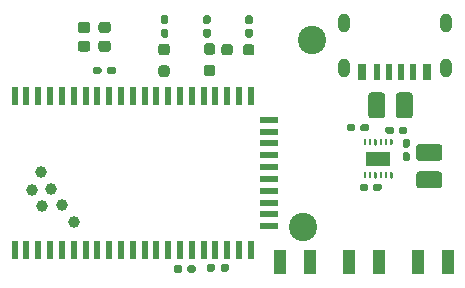
<source format=gbs>
G04 #@! TF.GenerationSoftware,KiCad,Pcbnew,(5.1.9)-1*
G04 #@! TF.CreationDate,2021-03-31T05:23:13-07:00*
G04 #@! TF.ProjectId,rgba,72676261-2e6b-4696-9361-645f70636258,1.1*
G04 #@! TF.SameCoordinates,Original*
G04 #@! TF.FileFunction,Soldermask,Bot*
G04 #@! TF.FilePolarity,Negative*
%FSLAX46Y46*%
G04 Gerber Fmt 4.6, Leading zero omitted, Abs format (unit mm)*
G04 Created by KiCad (PCBNEW (5.1.9)-1) date 2021-03-31 05:23:13*
%MOMM*%
%LPD*%
G01*
G04 APERTURE LIST*
%ADD10R,1.140000X2.032000*%
%ADD11C,2.400000*%
%ADD12R,1.600000X0.600000*%
%ADD13R,0.600000X1.600000*%
%ADD14O,1.000000X1.600000*%
%ADD15R,0.700000X1.450000*%
%ADD16R,0.600000X1.450000*%
%ADD17C,0.400000*%
%ADD18R,2.000000X1.200000*%
%ADD19C,1.000000*%
G04 APERTURE END LIST*
D10*
X108705000Y-114180000D03*
X111245000Y-114180000D03*
X102880000Y-114230000D03*
X105420000Y-114230000D03*
X114530000Y-114180000D03*
X117070000Y-114180000D03*
D11*
X105600000Y-95450000D03*
X104850000Y-111250000D03*
G36*
G01*
X86800000Y-94112500D02*
X86800000Y-94587500D01*
G75*
G02*
X86562500Y-94825000I-237500J0D01*
G01*
X85987500Y-94825000D01*
G75*
G02*
X85750000Y-94587500I0J237500D01*
G01*
X85750000Y-94112500D01*
G75*
G02*
X85987500Y-93875000I237500J0D01*
G01*
X86562500Y-93875000D01*
G75*
G02*
X86800000Y-94112500I0J-237500D01*
G01*
G37*
G36*
G01*
X88550000Y-94112500D02*
X88550000Y-94587500D01*
G75*
G02*
X88312500Y-94825000I-237500J0D01*
G01*
X87737500Y-94825000D01*
G75*
G02*
X87500000Y-94587500I0J237500D01*
G01*
X87500000Y-94112500D01*
G75*
G02*
X87737500Y-93875000I237500J0D01*
G01*
X88312500Y-93875000D01*
G75*
G02*
X88550000Y-94112500I0J-237500D01*
G01*
G37*
G36*
G01*
X96662500Y-97525000D02*
X97137500Y-97525000D01*
G75*
G02*
X97375000Y-97762500I0J-237500D01*
G01*
X97375000Y-98262500D01*
G75*
G02*
X97137500Y-98500000I-237500J0D01*
G01*
X96662500Y-98500000D01*
G75*
G02*
X96425000Y-98262500I0J237500D01*
G01*
X96425000Y-97762500D01*
G75*
G02*
X96662500Y-97525000I237500J0D01*
G01*
G37*
G36*
G01*
X96662500Y-95700000D02*
X97137500Y-95700000D01*
G75*
G02*
X97375000Y-95937500I0J-237500D01*
G01*
X97375000Y-96437500D01*
G75*
G02*
X97137500Y-96675000I-237500J0D01*
G01*
X96662500Y-96675000D01*
G75*
G02*
X96425000Y-96437500I0J237500D01*
G01*
X96425000Y-95937500D01*
G75*
G02*
X96662500Y-95700000I237500J0D01*
G01*
G37*
G36*
G01*
X86800000Y-95712500D02*
X86800000Y-96187500D01*
G75*
G02*
X86562500Y-96425000I-237500J0D01*
G01*
X85987500Y-96425000D01*
G75*
G02*
X85750000Y-96187500I0J237500D01*
G01*
X85750000Y-95712500D01*
G75*
G02*
X85987500Y-95475000I237500J0D01*
G01*
X86562500Y-95475000D01*
G75*
G02*
X86800000Y-95712500I0J-237500D01*
G01*
G37*
G36*
G01*
X88550000Y-95712500D02*
X88550000Y-96187500D01*
G75*
G02*
X88312500Y-96425000I-237500J0D01*
G01*
X87737500Y-96425000D01*
G75*
G02*
X87500000Y-96187500I0J237500D01*
G01*
X87500000Y-95712500D01*
G75*
G02*
X87737500Y-95475000I237500J0D01*
G01*
X88312500Y-95475000D01*
G75*
G02*
X88550000Y-95712500I0J-237500D01*
G01*
G37*
D12*
X101900000Y-111180000D03*
X101900000Y-110180000D03*
X101900000Y-109180000D03*
X101900000Y-108180000D03*
X101900000Y-107180000D03*
X101900000Y-106180000D03*
X101900000Y-105180000D03*
X101900000Y-104180000D03*
X101900000Y-103180000D03*
X101900000Y-102180000D03*
D13*
X80400000Y-113180000D03*
X81400000Y-113180000D03*
X82400000Y-113180000D03*
X83400000Y-113180000D03*
X84400000Y-113180000D03*
X85400000Y-113180000D03*
X86400000Y-113180000D03*
X87400000Y-113180000D03*
X88400000Y-113180000D03*
X89400000Y-113180000D03*
X90400000Y-113180000D03*
X91400000Y-113180000D03*
X92400000Y-113180000D03*
X93400000Y-113180000D03*
X94400000Y-113180000D03*
X95400000Y-113180000D03*
X96400000Y-113180000D03*
X97400000Y-113180000D03*
X98400000Y-113180000D03*
X99400000Y-113180000D03*
X100400000Y-113180000D03*
X100400000Y-100180000D03*
X99400000Y-100180000D03*
X98400000Y-100180000D03*
X97400000Y-100180000D03*
X96400000Y-100180000D03*
X95400000Y-100180000D03*
X94400000Y-100180000D03*
X93400000Y-100180000D03*
X92400000Y-100180000D03*
X91400000Y-100180000D03*
X90400000Y-100180000D03*
X89400000Y-100180000D03*
X88400000Y-100180000D03*
X87400000Y-100180000D03*
X86400000Y-100180000D03*
X85400000Y-100180000D03*
X84400000Y-100180000D03*
X83400000Y-100180000D03*
X82400000Y-100180000D03*
X81400000Y-100180000D03*
X80400000Y-100180000D03*
D14*
X116920000Y-93950000D03*
X108280000Y-93950000D03*
X108280000Y-97750000D03*
X116920000Y-97750000D03*
D15*
X109850000Y-98112500D03*
X115350000Y-98112500D03*
D16*
X111100000Y-98112500D03*
X114100000Y-98112500D03*
X113100000Y-98112500D03*
X112100000Y-98112500D03*
G36*
G01*
X112670000Y-101810000D02*
X112670000Y-100110000D01*
G75*
G02*
X112920000Y-99860000I250000J0D01*
G01*
X113845000Y-99860000D01*
G75*
G02*
X114095000Y-100110000I0J-250000D01*
G01*
X114095000Y-101810000D01*
G75*
G02*
X113845000Y-102060000I-250000J0D01*
G01*
X112920000Y-102060000D01*
G75*
G02*
X112670000Y-101810000I0J250000D01*
G01*
G37*
G36*
G01*
X110345000Y-101810000D02*
X110345000Y-100110000D01*
G75*
G02*
X110595000Y-99860000I250000J0D01*
G01*
X111520000Y-99860000D01*
G75*
G02*
X111770000Y-100110000I0J-250000D01*
G01*
X111770000Y-101810000D01*
G75*
G02*
X111520000Y-102060000I-250000J0D01*
G01*
X110595000Y-102060000D01*
G75*
G02*
X110345000Y-101810000I0J250000D01*
G01*
G37*
G36*
G01*
X114650000Y-104225000D02*
X116350000Y-104225000D01*
G75*
G02*
X116600000Y-104475000I0J-250000D01*
G01*
X116600000Y-105400000D01*
G75*
G02*
X116350000Y-105650000I-250000J0D01*
G01*
X114650000Y-105650000D01*
G75*
G02*
X114400000Y-105400000I0J250000D01*
G01*
X114400000Y-104475000D01*
G75*
G02*
X114650000Y-104225000I250000J0D01*
G01*
G37*
G36*
G01*
X114650000Y-106550000D02*
X116350000Y-106550000D01*
G75*
G02*
X116600000Y-106800000I0J-250000D01*
G01*
X116600000Y-107725000D01*
G75*
G02*
X116350000Y-107975000I-250000J0D01*
G01*
X114650000Y-107975000D01*
G75*
G02*
X114400000Y-107725000I0J250000D01*
G01*
X114400000Y-106800000D01*
G75*
G02*
X114650000Y-106550000I250000J0D01*
G01*
G37*
G36*
G01*
X109656500Y-102998000D02*
X109656500Y-102688000D01*
G75*
G02*
X109811500Y-102533000I155000J0D01*
G01*
X110236500Y-102533000D01*
G75*
G02*
X110391500Y-102688000I0J-155000D01*
G01*
X110391500Y-102998000D01*
G75*
G02*
X110236500Y-103153000I-155000J0D01*
G01*
X109811500Y-103153000D01*
G75*
G02*
X109656500Y-102998000I0J155000D01*
G01*
G37*
G36*
G01*
X108521500Y-102998000D02*
X108521500Y-102688000D01*
G75*
G02*
X108676500Y-102533000I155000J0D01*
G01*
X109101500Y-102533000D01*
G75*
G02*
X109256500Y-102688000I0J-155000D01*
G01*
X109256500Y-102998000D01*
G75*
G02*
X109101500Y-103153000I-155000J0D01*
G01*
X108676500Y-103153000D01*
G75*
G02*
X108521500Y-102998000I0J155000D01*
G01*
G37*
G36*
G01*
X110340000Y-107745000D02*
X110340000Y-108055000D01*
G75*
G02*
X110185000Y-108210000I-155000J0D01*
G01*
X109760000Y-108210000D01*
G75*
G02*
X109605000Y-108055000I0J155000D01*
G01*
X109605000Y-107745000D01*
G75*
G02*
X109760000Y-107590000I155000J0D01*
G01*
X110185000Y-107590000D01*
G75*
G02*
X110340000Y-107745000I0J-155000D01*
G01*
G37*
G36*
G01*
X111475000Y-107745000D02*
X111475000Y-108055000D01*
G75*
G02*
X111320000Y-108210000I-155000J0D01*
G01*
X110895000Y-108210000D01*
G75*
G02*
X110740000Y-108055000I0J155000D01*
G01*
X110740000Y-107745000D01*
G75*
G02*
X110895000Y-107590000I155000J0D01*
G01*
X111320000Y-107590000D01*
G75*
G02*
X111475000Y-107745000I0J-155000D01*
G01*
G37*
G36*
G01*
X113395000Y-104930000D02*
X113705000Y-104930000D01*
G75*
G02*
X113860000Y-105085000I0J-155000D01*
G01*
X113860000Y-105510000D01*
G75*
G02*
X113705000Y-105665000I-155000J0D01*
G01*
X113395000Y-105665000D01*
G75*
G02*
X113240000Y-105510000I0J155000D01*
G01*
X113240000Y-105085000D01*
G75*
G02*
X113395000Y-104930000I155000J0D01*
G01*
G37*
G36*
G01*
X113395000Y-103795000D02*
X113705000Y-103795000D01*
G75*
G02*
X113860000Y-103950000I0J-155000D01*
G01*
X113860000Y-104375000D01*
G75*
G02*
X113705000Y-104530000I-155000J0D01*
G01*
X113395000Y-104530000D01*
G75*
G02*
X113240000Y-104375000I0J155000D01*
G01*
X113240000Y-103950000D01*
G75*
G02*
X113395000Y-103795000I155000J0D01*
G01*
G37*
G36*
G01*
X87760000Y-97840000D02*
X87760000Y-98160000D01*
G75*
G02*
X87600000Y-98320000I-160000J0D01*
G01*
X87205000Y-98320000D01*
G75*
G02*
X87045000Y-98160000I0J160000D01*
G01*
X87045000Y-97840000D01*
G75*
G02*
X87205000Y-97680000I160000J0D01*
G01*
X87600000Y-97680000D01*
G75*
G02*
X87760000Y-97840000I0J-160000D01*
G01*
G37*
G36*
G01*
X88955000Y-97840000D02*
X88955000Y-98160000D01*
G75*
G02*
X88795000Y-98320000I-160000J0D01*
G01*
X88400000Y-98320000D01*
G75*
G02*
X88240000Y-98160000I0J160000D01*
G01*
X88240000Y-97840000D01*
G75*
G02*
X88400000Y-97680000I160000J0D01*
G01*
X88795000Y-97680000D01*
G75*
G02*
X88955000Y-97840000I0J-160000D01*
G01*
G37*
G36*
G01*
X95000000Y-114955000D02*
X95000000Y-114645000D01*
G75*
G02*
X95155000Y-114490000I155000J0D01*
G01*
X95580000Y-114490000D01*
G75*
G02*
X95735000Y-114645000I0J-155000D01*
G01*
X95735000Y-114955000D01*
G75*
G02*
X95580000Y-115110000I-155000J0D01*
G01*
X95155000Y-115110000D01*
G75*
G02*
X95000000Y-114955000I0J155000D01*
G01*
G37*
G36*
G01*
X93865000Y-114955000D02*
X93865000Y-114645000D01*
G75*
G02*
X94020000Y-114490000I155000J0D01*
G01*
X94445000Y-114490000D01*
G75*
G02*
X94600000Y-114645000I0J-155000D01*
G01*
X94600000Y-114955000D01*
G75*
G02*
X94445000Y-115110000I-155000J0D01*
G01*
X94020000Y-115110000D01*
G75*
G02*
X93865000Y-114955000I0J155000D01*
G01*
G37*
G36*
G01*
X98875000Y-96012500D02*
X98875000Y-96487500D01*
G75*
G02*
X98637500Y-96725000I-237500J0D01*
G01*
X98137500Y-96725000D01*
G75*
G02*
X97900000Y-96487500I0J237500D01*
G01*
X97900000Y-96012500D01*
G75*
G02*
X98137500Y-95775000I237500J0D01*
G01*
X98637500Y-95775000D01*
G75*
G02*
X98875000Y-96012500I0J-237500D01*
G01*
G37*
G36*
G01*
X100700000Y-96012500D02*
X100700000Y-96487500D01*
G75*
G02*
X100462500Y-96725000I-237500J0D01*
G01*
X99962500Y-96725000D01*
G75*
G02*
X99725000Y-96487500I0J237500D01*
G01*
X99725000Y-96012500D01*
G75*
G02*
X99962500Y-95775000I237500J0D01*
G01*
X100462500Y-95775000D01*
G75*
G02*
X100700000Y-96012500I0J-237500D01*
G01*
G37*
G36*
G01*
X92812500Y-97562500D02*
X93287500Y-97562500D01*
G75*
G02*
X93525000Y-97800000I0J-237500D01*
G01*
X93525000Y-98300000D01*
G75*
G02*
X93287500Y-98537500I-237500J0D01*
G01*
X92812500Y-98537500D01*
G75*
G02*
X92575000Y-98300000I0J237500D01*
G01*
X92575000Y-97800000D01*
G75*
G02*
X92812500Y-97562500I237500J0D01*
G01*
G37*
G36*
G01*
X92812500Y-95737500D02*
X93287500Y-95737500D01*
G75*
G02*
X93525000Y-95975000I0J-237500D01*
G01*
X93525000Y-96475000D01*
G75*
G02*
X93287500Y-96712500I-237500J0D01*
G01*
X92812500Y-96712500D01*
G75*
G02*
X92575000Y-96475000I0J237500D01*
G01*
X92575000Y-95975000D01*
G75*
G02*
X92812500Y-95737500I237500J0D01*
G01*
G37*
G36*
G01*
X96835000Y-94082500D02*
X96515000Y-94082500D01*
G75*
G02*
X96355000Y-93922500I0J160000D01*
G01*
X96355000Y-93477500D01*
G75*
G02*
X96515000Y-93317500I160000J0D01*
G01*
X96835000Y-93317500D01*
G75*
G02*
X96995000Y-93477500I0J-160000D01*
G01*
X96995000Y-93922500D01*
G75*
G02*
X96835000Y-94082500I-160000J0D01*
G01*
G37*
G36*
G01*
X96835000Y-95227500D02*
X96515000Y-95227500D01*
G75*
G02*
X96355000Y-95067500I0J160000D01*
G01*
X96355000Y-94622500D01*
G75*
G02*
X96515000Y-94462500I160000J0D01*
G01*
X96835000Y-94462500D01*
G75*
G02*
X96995000Y-94622500I0J-160000D01*
G01*
X96995000Y-95067500D01*
G75*
G02*
X96835000Y-95227500I-160000J0D01*
G01*
G37*
G36*
G01*
X100410000Y-94082500D02*
X100090000Y-94082500D01*
G75*
G02*
X99930000Y-93922500I0J160000D01*
G01*
X99930000Y-93477500D01*
G75*
G02*
X100090000Y-93317500I160000J0D01*
G01*
X100410000Y-93317500D01*
G75*
G02*
X100570000Y-93477500I0J-160000D01*
G01*
X100570000Y-93922500D01*
G75*
G02*
X100410000Y-94082500I-160000J0D01*
G01*
G37*
G36*
G01*
X100410000Y-95227500D02*
X100090000Y-95227500D01*
G75*
G02*
X99930000Y-95067500I0J160000D01*
G01*
X99930000Y-94622500D01*
G75*
G02*
X100090000Y-94462500I160000J0D01*
G01*
X100410000Y-94462500D01*
G75*
G02*
X100570000Y-94622500I0J-160000D01*
G01*
X100570000Y-95067500D01*
G75*
G02*
X100410000Y-95227500I-160000J0D01*
G01*
G37*
G36*
G01*
X93260000Y-94082500D02*
X92940000Y-94082500D01*
G75*
G02*
X92780000Y-93922500I0J160000D01*
G01*
X92780000Y-93477500D01*
G75*
G02*
X92940000Y-93317500I160000J0D01*
G01*
X93260000Y-93317500D01*
G75*
G02*
X93420000Y-93477500I0J-160000D01*
G01*
X93420000Y-93922500D01*
G75*
G02*
X93260000Y-94082500I-160000J0D01*
G01*
G37*
G36*
G01*
X93260000Y-95227500D02*
X92940000Y-95227500D01*
G75*
G02*
X92780000Y-95067500I0J160000D01*
G01*
X92780000Y-94622500D01*
G75*
G02*
X92940000Y-94462500I160000J0D01*
G01*
X93260000Y-94462500D01*
G75*
G02*
X93420000Y-94622500I0J-160000D01*
G01*
X93420000Y-95067500D01*
G75*
G02*
X93260000Y-95227500I-160000J0D01*
G01*
G37*
G36*
G01*
X97840000Y-114860000D02*
X97840000Y-114540000D01*
G75*
G02*
X98000000Y-114380000I160000J0D01*
G01*
X98395000Y-114380000D01*
G75*
G02*
X98555000Y-114540000I0J-160000D01*
G01*
X98555000Y-114860000D01*
G75*
G02*
X98395000Y-115020000I-160000J0D01*
G01*
X98000000Y-115020000D01*
G75*
G02*
X97840000Y-114860000I0J160000D01*
G01*
G37*
G36*
G01*
X96645000Y-114860000D02*
X96645000Y-114540000D01*
G75*
G02*
X96805000Y-114380000I160000J0D01*
G01*
X97200000Y-114380000D01*
G75*
G02*
X97360000Y-114540000I0J-160000D01*
G01*
X97360000Y-114860000D01*
G75*
G02*
X97200000Y-115020000I-160000J0D01*
G01*
X96805000Y-115020000D01*
G75*
G02*
X96645000Y-114860000I0J160000D01*
G01*
G37*
D17*
X110670000Y-105460000D03*
X111670000Y-105460000D03*
G36*
G01*
X112295000Y-104360000D02*
X112295000Y-104360000D01*
G75*
G02*
X112195000Y-104260000I0J100000D01*
G01*
X112195000Y-103860000D01*
G75*
G02*
X112295000Y-103760000I100000J0D01*
G01*
X112295000Y-103760000D01*
G75*
G02*
X112395000Y-103860000I0J-100000D01*
G01*
X112395000Y-104260000D01*
G75*
G02*
X112295000Y-104360000I-100000J0D01*
G01*
G37*
G36*
G01*
X111845000Y-104360000D02*
X111845000Y-104360000D01*
G75*
G02*
X111745000Y-104260000I0J100000D01*
G01*
X111745000Y-103860000D01*
G75*
G02*
X111845000Y-103760000I100000J0D01*
G01*
X111845000Y-103760000D01*
G75*
G02*
X111945000Y-103860000I0J-100000D01*
G01*
X111945000Y-104260000D01*
G75*
G02*
X111845000Y-104360000I-100000J0D01*
G01*
G37*
G36*
G01*
X111395000Y-104360000D02*
X111395000Y-104360000D01*
G75*
G02*
X111295000Y-104260000I0J100000D01*
G01*
X111295000Y-103860000D01*
G75*
G02*
X111395000Y-103760000I100000J0D01*
G01*
X111395000Y-103760000D01*
G75*
G02*
X111495000Y-103860000I0J-100000D01*
G01*
X111495000Y-104260000D01*
G75*
G02*
X111395000Y-104360000I-100000J0D01*
G01*
G37*
G36*
G01*
X110945000Y-104360000D02*
X110945000Y-104360000D01*
G75*
G02*
X110845000Y-104260000I0J100000D01*
G01*
X110845000Y-103860000D01*
G75*
G02*
X110945000Y-103760000I100000J0D01*
G01*
X110945000Y-103760000D01*
G75*
G02*
X111045000Y-103860000I0J-100000D01*
G01*
X111045000Y-104260000D01*
G75*
G02*
X110945000Y-104360000I-100000J0D01*
G01*
G37*
G36*
G01*
X110495000Y-104360000D02*
X110495000Y-104360000D01*
G75*
G02*
X110395000Y-104260000I0J100000D01*
G01*
X110395000Y-103860000D01*
G75*
G02*
X110495000Y-103760000I100000J0D01*
G01*
X110495000Y-103760000D01*
G75*
G02*
X110595000Y-103860000I0J-100000D01*
G01*
X110595000Y-104260000D01*
G75*
G02*
X110495000Y-104360000I-100000J0D01*
G01*
G37*
G36*
G01*
X110045000Y-104360000D02*
X110045000Y-104360000D01*
G75*
G02*
X109945000Y-104260000I0J100000D01*
G01*
X109945000Y-103860000D01*
G75*
G02*
X110045000Y-103760000I100000J0D01*
G01*
X110045000Y-103760000D01*
G75*
G02*
X110145000Y-103860000I0J-100000D01*
G01*
X110145000Y-104260000D01*
G75*
G02*
X110045000Y-104360000I-100000J0D01*
G01*
G37*
G36*
G01*
X110045000Y-107160000D02*
X110045000Y-107160000D01*
G75*
G02*
X109945000Y-107060000I0J100000D01*
G01*
X109945000Y-106660000D01*
G75*
G02*
X110045000Y-106560000I100000J0D01*
G01*
X110045000Y-106560000D01*
G75*
G02*
X110145000Y-106660000I0J-100000D01*
G01*
X110145000Y-107060000D01*
G75*
G02*
X110045000Y-107160000I-100000J0D01*
G01*
G37*
G36*
G01*
X110495000Y-107160000D02*
X110495000Y-107160000D01*
G75*
G02*
X110395000Y-107060000I0J100000D01*
G01*
X110395000Y-106660000D01*
G75*
G02*
X110495000Y-106560000I100000J0D01*
G01*
X110495000Y-106560000D01*
G75*
G02*
X110595000Y-106660000I0J-100000D01*
G01*
X110595000Y-107060000D01*
G75*
G02*
X110495000Y-107160000I-100000J0D01*
G01*
G37*
G36*
G01*
X110945000Y-107160000D02*
X110945000Y-107160000D01*
G75*
G02*
X110845000Y-107060000I0J100000D01*
G01*
X110845000Y-106660000D01*
G75*
G02*
X110945000Y-106560000I100000J0D01*
G01*
X110945000Y-106560000D01*
G75*
G02*
X111045000Y-106660000I0J-100000D01*
G01*
X111045000Y-107060000D01*
G75*
G02*
X110945000Y-107160000I-100000J0D01*
G01*
G37*
G36*
G01*
X111395000Y-107160000D02*
X111395000Y-107160000D01*
G75*
G02*
X111295000Y-107060000I0J100000D01*
G01*
X111295000Y-106660000D01*
G75*
G02*
X111395000Y-106560000I100000J0D01*
G01*
X111395000Y-106560000D01*
G75*
G02*
X111495000Y-106660000I0J-100000D01*
G01*
X111495000Y-107060000D01*
G75*
G02*
X111395000Y-107160000I-100000J0D01*
G01*
G37*
G36*
G01*
X111845000Y-107160000D02*
X111845000Y-107160000D01*
G75*
G02*
X111745000Y-107060000I0J100000D01*
G01*
X111745000Y-106660000D01*
G75*
G02*
X111845000Y-106560000I100000J0D01*
G01*
X111845000Y-106560000D01*
G75*
G02*
X111945000Y-106660000I0J-100000D01*
G01*
X111945000Y-107060000D01*
G75*
G02*
X111845000Y-107160000I-100000J0D01*
G01*
G37*
D18*
X111170000Y-105460000D03*
G36*
G01*
X112295000Y-107160000D02*
X112295000Y-107160000D01*
G75*
G02*
X112195000Y-107060000I0J100000D01*
G01*
X112195000Y-106660000D01*
G75*
G02*
X112295000Y-106560000I100000J0D01*
G01*
X112295000Y-106560000D01*
G75*
G02*
X112395000Y-106660000I0J-100000D01*
G01*
X112395000Y-107060000D01*
G75*
G02*
X112295000Y-107160000I-100000J0D01*
G01*
G37*
D19*
X82600000Y-106600000D03*
X81900000Y-108100000D03*
X82750000Y-109500000D03*
X84400000Y-109400000D03*
X85400000Y-110800000D03*
X83500000Y-108000000D03*
G36*
G01*
X112920000Y-103215000D02*
X112920000Y-102905000D01*
G75*
G02*
X113075000Y-102750000I155000J0D01*
G01*
X113500000Y-102750000D01*
G75*
G02*
X113655000Y-102905000I0J-155000D01*
G01*
X113655000Y-103215000D01*
G75*
G02*
X113500000Y-103370000I-155000J0D01*
G01*
X113075000Y-103370000D01*
G75*
G02*
X112920000Y-103215000I0J155000D01*
G01*
G37*
G36*
G01*
X111785000Y-103215000D02*
X111785000Y-102905000D01*
G75*
G02*
X111940000Y-102750000I155000J0D01*
G01*
X112365000Y-102750000D01*
G75*
G02*
X112520000Y-102905000I0J-155000D01*
G01*
X112520000Y-103215000D01*
G75*
G02*
X112365000Y-103370000I-155000J0D01*
G01*
X111940000Y-103370000D01*
G75*
G02*
X111785000Y-103215000I0J155000D01*
G01*
G37*
M02*

</source>
